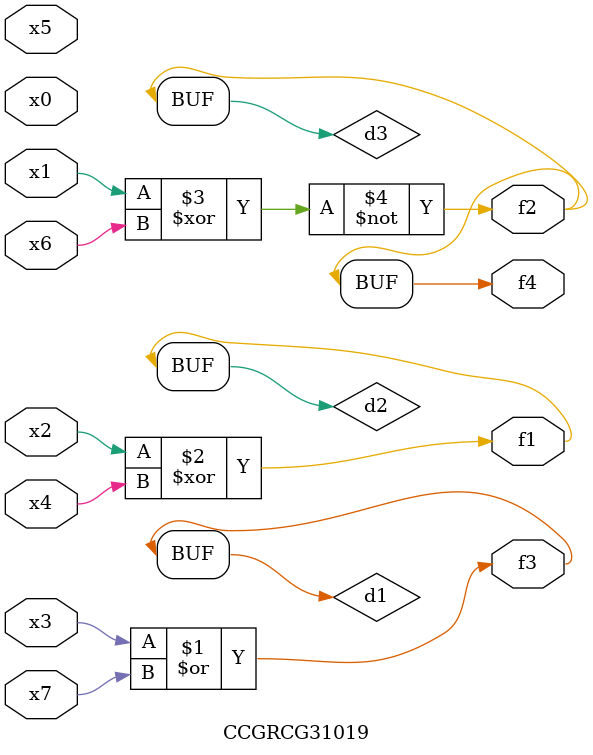
<source format=v>
module CCGRCG31019(
	input x0, x1, x2, x3, x4, x5, x6, x7,
	output f1, f2, f3, f4
);

	wire d1, d2, d3;

	or (d1, x3, x7);
	xor (d2, x2, x4);
	xnor (d3, x1, x6);
	assign f1 = d2;
	assign f2 = d3;
	assign f3 = d1;
	assign f4 = d3;
endmodule

</source>
